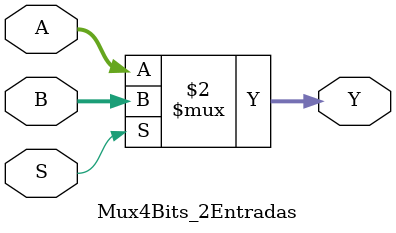
<source format=v>
`timescale 1ns / 1ps
module Mux4Bits_2Entradas(
    input [3:0] A,  //Entrada 0 de 4 bits
    input [3:0] B,  //Entrada 1 de 4 bits
    input S,		  //Entrada de seleccion de 1 bit
    output wire [3:0] Y  //Salida de data seleccionada de 4 bits
    );
	
	assign Y = (~S) ? A : B; 


endmodule

</source>
